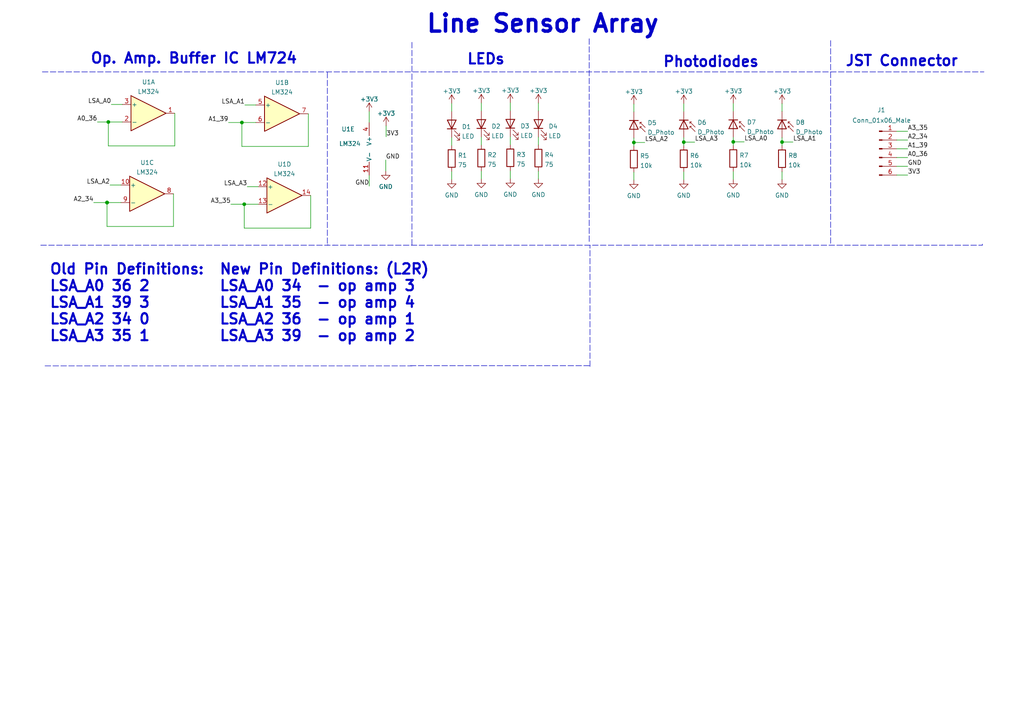
<source format=kicad_sch>
(kicad_sch (version 20211123) (generator eeschema)
  (paper "A4")
  (lib_symbols
    (symbol "Amplifier_Operational:LM324" (pin_names (offset 0.127))
      (property "Reference" "U" (at 0 5.08 0))
      (property "Value" "LM324" (at 0 -5.08 0))
      (symbol "LM324_1_1"
        (polyline (pts (xy -5.08 5.08) (xy 5.08 0) (xy -5.08 -5.08) (xy -5.08 5.08)) (stroke (width 0.254)) (fill (type background)))
        (pin output line (at 7.62 0 180) (length 2.54) (name "~") (number "1"))
        (pin input line (at -7.62 -2.54 0) (length 2.54) (name "-") (number "2"))
        (pin input line (at -7.62 2.54 0) (length 2.54) (name "+") (number "3"))
      )
      (symbol "LM324_2_1"
        (polyline (pts (xy -5.08 5.08) (xy 5.08 0) (xy -5.08 -5.08) (xy -5.08 5.08)) (stroke (width 0.254)) (fill (type background)))
        (pin input line (at -7.62 2.54 0) (length 2.54) (name "+") (number "5"))
        (pin input line (at -7.62 -2.54 0) (length 2.54) (name "-") (number "6"))
        (pin output line (at 7.62 0 180) (length 2.54) (name "~") (number "7"))
      )
      (symbol "LM324_3_1"
        (polyline (pts (xy -5.08 5.08) (xy 5.08 0) (xy -5.08 -5.08) (xy -5.08 5.08)) (stroke (width 0.254)) (fill (type background)))
        (pin input line (at -7.62 2.54 0) (length 2.54) (name "+") (number "10"))
        (pin output line (at 7.62 0 180) (length 2.54) (name "~") (number "8"))
        (pin input line (at -7.62 -2.54 0) (length 2.54) (name "-") (number "9"))
      )
      (symbol "LM324_4_1"
        (polyline (pts (xy -5.08 5.08) (xy 5.08 0) (xy -5.08 -5.08) (xy -5.08 5.08)) (stroke (width 0.254)) (fill (type background)))
        (pin input line (at -7.62 2.54 0) (length 2.54) (name "+") (number "12"))
        (pin input line (at -7.62 -2.54 0) (length 2.54) (name "-") (number "13"))
        (pin output line (at 7.62 0 180) (length 2.54) (name "~") (number "14"))
      )
      (symbol "LM324_5_1"
        (pin power_in line (at -2.54 -7.62 90) (length 3.81) (name "V-") (number "11"))
        (pin power_in line (at -2.54 7.62 270) (length 3.81) (name "V+") (number "4"))
      )
    )
    (symbol "Connector:Conn_01x06_Male" (pin_names (offset 1.016) hide)
      (property "Reference" "J" (at 0 7.62 0))
      (property "Value" "Conn_01x06_Male" (at 0 -10.16 0))
      (symbol "Conn_01x06_Male_1_1"
        (polyline (pts (xy 1.27 -7.62) (xy 0.8636 -7.62)) (stroke (width 0.1524)))
        (polyline (pts (xy 1.27 -5.08) (xy 0.8636 -5.08)) (stroke (width 0.1524)))
        (polyline (pts (xy 1.27 -2.54) (xy 0.8636 -2.54)) (stroke (width 0.1524)))
        (polyline (pts (xy 1.27 0) (xy 0.8636 0)) (stroke (width 0.1524)))
        (polyline (pts (xy 1.27 2.54) (xy 0.8636 2.54)) (stroke (width 0.1524)))
        (polyline (pts (xy 1.27 5.08) (xy 0.8636 5.08)) (stroke (width 0.1524)))
        (rectangle (start 0.8636 -7.493) (end 0 -7.747) (stroke (width 0.1524)) (fill (type outline)))
        (rectangle (start 0.8636 -4.953) (end 0 -5.207) (stroke (width 0.1524)) (fill (type outline)))
        (rectangle (start 0.8636 -2.413) (end 0 -2.667) (stroke (width 0.1524)) (fill (type outline)))
        (rectangle (start 0.8636 0.127) (end 0 -0.127) (stroke (width 0.1524)) (fill (type outline)))
        (rectangle (start 0.8636 2.667) (end 0 2.413) (stroke (width 0.1524)) (fill (type outline)))
        (rectangle (start 0.8636 5.207) (end 0 4.953) (stroke (width 0.1524)) (fill (type outline)))
        (pin passive line (at 5.08 5.08 180) (length 3.81) (name "Pin_1") (number "1"))
        (pin passive line (at 5.08 2.54 180) (length 3.81) (name "Pin_2") (number "2"))
        (pin passive line (at 5.08 0 180) (length 3.81) (name "Pin_3") (number "3"))
        (pin passive line (at 5.08 -2.54 180) (length 3.81) (name "Pin_4") (number "4"))
        (pin passive line (at 5.08 -5.08 180) (length 3.81) (name "Pin_5") (number "5"))
        (pin passive line (at 5.08 -7.62 180) (length 3.81) (name "Pin_6") (number "6"))
      )
    )
    (symbol "Device:D_Photo" (pin_numbers hide) (pin_names hide)
      (property "Reference" "D" (at 0.508 1.778 0))
      (property "Value" "D_Photo" (at -1.016 -2.794 0))
      (symbol "D_Photo_0_1"
        (polyline (pts (xy -2.54 1.27) (xy -2.54 -1.27)) (stroke (width 0.254)))
        (polyline (pts (xy -2.032 1.778) (xy -1.524 1.778)))
        (polyline (pts (xy 0 0) (xy -2.54 0)))
        (polyline (pts (xy -0.508 3.302) (xy -2.032 1.778) (xy -2.032 2.286)))
        (polyline (pts (xy 0 -1.27) (xy 0 1.27) (xy -2.54 0) (xy 0 -1.27)) (stroke (width 0.254)))
        (polyline (pts (xy 0.762 3.302) (xy -0.762 1.778) (xy -0.762 2.286) (xy -0.762 1.778) (xy -0.254 1.778)))
      )
      (symbol "D_Photo_1_1"
        (pin passive line (at -5.08 0 0) (length 2.54) (name "K") (number "1"))
        (pin passive line (at 2.54 0 180) (length 2.54) (name "A") (number "2"))
      )
    )
    (symbol "Device:LED" (pin_numbers hide) (pin_names (offset 1.016) hide)
      (property "Reference" "D" (at 0 2.54 0))
      (property "Value" "LED" (at 0 -2.54 0))
      (symbol "LED_0_1"
        (polyline (pts (xy -1.27 -1.27) (xy -1.27 1.27)) (stroke (width 0.254)))
        (polyline (pts (xy -1.27 0) (xy 1.27 0)))
        (polyline (pts (xy 1.27 -1.27) (xy 1.27 1.27) (xy -1.27 0) (xy 1.27 -1.27)) (stroke (width 0.254)))
        (polyline (pts (xy -3.048 -0.762) (xy -4.572 -2.286) (xy -3.81 -2.286) (xy -4.572 -2.286) (xy -4.572 -1.524)))
        (polyline (pts (xy -1.778 -0.762) (xy -3.302 -2.286) (xy -2.54 -2.286) (xy -3.302 -2.286) (xy -3.302 -1.524)))
      )
      (symbol "LED_1_1"
        (pin passive line (at -3.81 0 0) (length 2.54) (name "K") (number "1"))
        (pin passive line (at 3.81 0 180) (length 2.54) (name "A") (number "2"))
      )
    )
    (symbol "Device:R" (pin_numbers hide) (pin_names (offset 0))
      (property "Reference" "R" (at 2.032 0 90))
      (property "Value" "R" (at 0 0 90))
      (symbol "R_0_1"
        (rectangle (start -1.016 -2.54) (end 1.016 2.54) (stroke (width 0.254)))
      )
      (symbol "R_1_1"
        (pin passive line (at 0 3.81 270) (length 1.27) (name "~") (number "1"))
        (pin passive line (at 0 -3.81 90) (length 1.27) (name "~") (number "2"))
      )
    )
    (symbol "power:+3V3" (power) (pin_names (offset 0))
      (property "Value" "+3V3" (at 0 3.556 0))
      (symbol "+3V3_0_1"
        (polyline (pts (xy -0.762 1.27) (xy 0 2.54)))
        (polyline (pts (xy 0 0) (xy 0 2.54)))
        (polyline (pts (xy 0 2.54) (xy 0.762 1.27)))
      )
      (symbol "+3V3_1_1"
        (pin power_in line (at 0 0 90) (length 0) hide (name "+3V3") (number "1"))
      )
    )
    (symbol "power:GND" (power) (pin_names (offset 0))
      (property "Value" "GND" (at 0 -3.81 0))
      (symbol "GND_0_1"
        (polyline (pts (xy 0 0) (xy 0 -1.27) (xy 1.27 -1.27) (xy 0 -2.54) (xy -1.27 -1.27) (xy 0 -1.27)))
      )
      (symbol "GND_1_1"
        (pin power_in line (at 0 0 270) (length 0) hide (name "GND") (number "1"))
      )
    )
  )
  (junction (at 31.4198 35.3822))
  (junction (at 183.8452 41.3258))
  (junction (at 226.822 41.1988))
  (junction (at 70.8406 59.2328))
  (junction (at 31.0388 58.7502))
  (junction (at 70.1548 35.5346))
  (junction (at 31.0642 58.7502))
  (junction (at 198.3232 41.2242))
  (junction (at 212.6742 41.148))
  (wire (pts (xy 156.1592 39.7764) (xy 156.1592 42.037)))
  (wire (pts (xy 111.9886 36.4998) (xy 111.9886 39.6748)))
  (wire (pts (xy 212.6742 39.8526) (xy 212.6742 41.148)))
  (wire (pts (xy 31.0388 65.6844) (xy 50.3174 65.6844)))
  (wire (pts (xy 35.0774 58.7502) (xy 31.0642 58.7502)))
  (wire (pts (xy 74.1934 30.4546) (xy 71.0184 30.4546)))
  (wire (pts (xy 50.6984 32.8422) (xy 50.6984 42.3164)))
  (polyline (pts (xy 284.9372 70.7898) (xy 284.9372 71.12)))
  (wire (pts (xy 183.8452 40.0304) (xy 183.8452 41.3258)))
  (wire (pts (xy 111.887 49.5808) (xy 111.887 46.4058)))
  (wire (pts (xy 139.5984 29.8958) (xy 139.5984 32.1564)))
  (polyline (pts (xy 240.919 11.7602) (xy 240.919 70.9422)))
  (wire (pts (xy 131.0132 49.784) (xy 131.0132 52.0446)))
  (wire (pts (xy 260.096 43.1546) (xy 263.271 43.1546)))
  (wire (pts (xy 226.822 41.1988) (xy 229.997 41.1988)))
  (wire (pts (xy 70.1548 35.5346) (xy 70.1548 42.4688)))
  (wire (pts (xy 74.8792 59.2328) (xy 70.8406 59.2328)))
  (wire (pts (xy 226.822 39.9034) (xy 226.822 41.1988)))
  (wire (pts (xy 50.3174 65.6844) (xy 50.3174 56.2102)))
  (wire (pts (xy 148.0058 29.8196) (xy 148.0058 32.0802)))
  (polyline (pts (xy 96.9772 71.12) (xy 96.7486 71.12)))
  (wire (pts (xy 35.4584 30.3022) (xy 32.2834 30.3022)))
  (wire (pts (xy 148.0058 39.7002) (xy 148.0058 41.9608)))
  (wire (pts (xy 139.5984 39.7764) (xy 139.5984 42.037)))
  (wire (pts (xy 260.096 50.7746) (xy 263.271 50.7746)))
  (wire (pts (xy 212.6742 41.148) (xy 212.6742 42.164)))
  (wire (pts (xy 66.9544 59.2328) (xy 70.8406 59.2328)))
  (wire (pts (xy 198.3232 39.9288) (xy 198.3232 41.2242)))
  (wire (pts (xy 212.6742 49.784) (xy 212.6742 52.0446)))
  (wire (pts (xy 107.0864 35.56) (xy 107.0864 32.385)))
  (wire (pts (xy 74.8792 54.1528) (xy 71.7042 54.1528)))
  (wire (pts (xy 183.8452 49.9618) (xy 183.8452 52.2224)))
  (wire (pts (xy 260.096 38.0746) (xy 263.271 38.0746)))
  (wire (pts (xy 156.1592 29.8958) (xy 156.1592 32.1564)))
  (wire (pts (xy 226.822 49.8348) (xy 226.822 52.0954)))
  (wire (pts (xy 27.178 58.7502) (xy 31.0388 58.7502)))
  (polyline (pts (xy 94.9452 71.0438) (xy 95.1738 71.0438)))
  (wire (pts (xy 74.1934 35.5346) (xy 70.1548 35.5346)))
  (wire (pts (xy 70.8406 59.2328) (xy 70.8406 66.167)))
  (wire (pts (xy 226.822 30.0736) (xy 226.822 32.2834)))
  (wire (pts (xy 183.8452 30.2006) (xy 183.8452 32.4104)))
  (wire (pts (xy 107.0864 50.8) (xy 107.0864 53.975)))
  (wire (pts (xy 35.4584 35.3822) (xy 31.4198 35.3822)))
  (wire (pts (xy 156.1592 49.657) (xy 156.1592 51.9176)))
  (wire (pts (xy 198.3232 41.2242) (xy 198.3232 42.2402)))
  (wire (pts (xy 212.6742 41.148) (xy 215.8492 41.148)))
  (wire (pts (xy 90.1192 66.167) (xy 90.1192 56.6928)))
  (wire (pts (xy 260.096 40.6146) (xy 263.271 40.6146)))
  (wire (pts (xy 260.096 48.2346) (xy 263.271 48.2346)))
  (wire (pts (xy 31.0388 58.7502) (xy 31.0642 58.7502)))
  (wire (pts (xy 131.0132 30.0228) (xy 131.0132 32.2834)))
  (wire (pts (xy 70.8406 66.167) (xy 90.1192 66.167)))
  (wire (pts (xy 70.1548 42.4688) (xy 89.4334 42.4688)))
  (wire (pts (xy 139.5984 49.657) (xy 139.5984 51.9176)))
  (wire (pts (xy 212.6742 30.0228) (xy 212.6742 32.2326)))
  (polyline (pts (xy 12.2682 20.8534) (xy 285.3944 20.8534)))
  (polyline (pts (xy 94.9452 20.955) (xy 94.9452 71.0438)))
  (wire (pts (xy 260.096 45.6946) (xy 263.271 45.6946)))
  (wire (pts (xy 198.3232 41.2242) (xy 201.4982 41.2242)))
  (wire (pts (xy 31.0388 58.7502) (xy 31.0388 65.6844)))
  (polyline (pts (xy 118.999 106.0704) (xy 171.069 106.0704)))
  (wire (pts (xy 131.0132 39.9034) (xy 131.0132 42.164)))
  (wire (pts (xy 31.4198 42.3164) (xy 50.6984 42.3164)))
  (polyline (pts (xy 171.1198 106.299) (xy 171.1198 71.2216)))
  (polyline (pts (xy 13.0556 106.1212) (xy 119.5324 106.1212)))
  (wire (pts (xy 198.3232 30.099) (xy 198.3232 32.3088)))
  (wire (pts (xy 198.3232 49.8602) (xy 198.3232 52.1208)))
  (wire (pts (xy 226.822 41.1988) (xy 226.822 42.2148)))
  (polyline (pts (xy 11.811 71.12) (xy 284.9372 71.12)))
  (wire (pts (xy 31.4198 35.3822) (xy 28.2448 35.3822)))
  (wire (pts (xy 31.4198 35.3822) (xy 31.4198 42.3164)))
  (wire (pts (xy 66.2686 35.5346) (xy 70.1548 35.5346)))
  (polyline (pts (xy 170.8912 11.2268) (xy 170.8912 70.4088)))
  (wire (pts (xy 89.4334 42.4688) (xy 89.4334 32.9946)))
  (wire (pts (xy 35.0774 53.6702) (xy 31.9024 53.6702)))
  (wire (pts (xy 148.0058 49.5808) (xy 148.0058 51.8414)))
  (wire (pts (xy 183.8452 41.3258) (xy 183.8452 42.3418)))
  (polyline (pts (xy 119.4816 12.2682) (xy 119.4816 71.4502)))
  (wire (pts (xy 183.8452 41.3258) (xy 187.0202 41.3258)))
  (text "JST Connector" (at 245.0338 19.558 0) (effects (font (size 3 3) bold) (justify left bottom)))
  (text "New Pin Definitions: (L2R)\nLSA_A0 34  - op amp 3\nLSA_A1 35  - op amp 4\nLSA_A2 36  - op amp 1\nLSA_A3 39  - op amp 2" (at 63.4746 99.314 0) (effects (font (size 3 3) bold) (justify left bottom)))
  (text "Line Sensor Array" (at 123.317 9.9314 0) (effects (font (size 5 5) (thickness 1) bold) (justify left bottom)))
  (text "Photodiodes" (at 192.1002 19.812 0) (effects (font (size 3 3) bold) (justify left bottom)))
  (text "Op. Amp. Buffer IC LM724" (at 26.0604 18.8214 0) (effects (font (size 3 3) bold) (justify left bottom)))
  (text "Old Pin Definitions:\nLSA_A0 36 2 \nLSA_A1 39 3\nLSA_A2 34 0\nLSA_A3 35 1" (at 14.224 99.314 0) (effects (font (size 3 3) bold) (justify left bottom)))
  (text "LEDs" (at 135.255 19.05 0) (effects (font (size 3 3) bold) (justify left bottom)))
  (label "LSA_A0" (at 215.8492 41.148 0))
  (label "A3_35" (at 263.271 38.0746 0))
  (label "A1_39" (at 263.271 43.1546 0))
  (label "GND" (at 263.271 48.2346 0))
  (label "A0_36" (at 263.271 45.6946 0))
  (label "LSA_A3" (at 201.4982 41.2242 0))
  (label "GND" (at 111.887 46.4058 0))
  (label "LSA_A2" (at 187.0202 41.3258 0))
  (label "LSA_A3" (at 71.7042 54.1528 180))
  (label "GND" (at 107.0864 53.975 180))
  (label "LSA_A2" (at 31.9024 53.6702 180))
  (label "LSA_A1" (at 229.997 41.1988 0))
  (label "A2_34" (at 263.271 40.6146 0))
  (label "A0_36" (at 28.2448 35.3822 180))
  (label "A2_34" (at 27.178 58.7502 180))
  (label "3V3" (at 111.9886 39.6748 0))
  (label "A1_39" (at 66.2686 35.5346 180))
  (label "A3_35" (at 66.9544 59.2328 180))
  (label "LSA_A1" (at 71.0184 30.4546 180))
  (label "3V3" (at 263.271 50.7746 0))
  (label "LSA_A0" (at 32.2834 30.3022 180))
  (symbol (lib_id "Device:R") (at 156.1592 45.847 0) (unit 1)
    (property "Reference" "R4" (at 157.9372 44.9385 0) (effects (justify left)))
    (property "Value" "75" (at 157.9372 47.7136 0) (effects (justify left)))
    (property "Footprint" "Resistor_SMD:R_1206_3216Metric_Pad1.30x1.75mm_HandSolder" (effects hide))
  )
  (symbol (lib_id "power:+3V3") (at 198.3232 30.099 0) (unit 1)
    (property "Reference" "#PWR0113" (effects hide))
    (property "Value" "+3V3" (at 198.3232 26.4945 0))
  )
  (symbol (lib_id "power:+3V3") (at 148.0058 29.8196 0) (unit 1)
    (property "Reference" "#PWR0107" (effects hide))
    (property "Value" "+3V3" (at 148.0058 26.2151 0))
  )
  (symbol (lib_id "power:+3V3") (at 107.0864 32.385 0) (unit 1)
    (property "Reference" "#PWR0119" (effects hide))
    (property "Value" "+3V3" (at 107.0864 28.7805 0))
  )
  (symbol (lib_id "Amplifier_Operational:LM324") (at 42.6974 56.2102 0) (unit 3)
    (property "Reference" "U1" (at 42.6974 47.1637 0))
    (property "Value" "LM324" (at 42.6974 49.9388 0))
    (property "Footprint" "Package_SO:SOIC-14_3.9x8.7mm_P1.27mm" (effects hide))
    (property "Datasheet" "http://www.ti.com/lit/ds/symlink/lm2902-n.pdf" (effects hide))
  )
  (symbol (lib_id "power:GND") (at 226.822 52.0954 0) (unit 1)
    (property "Reference" "#PWR0105" (effects hide))
    (property "Value" "GND" (at 226.822 56.6579 0))
  )
  (symbol (lib_id "Device:R") (at 226.822 46.0248 0) (unit 1)
    (property "Reference" "R8" (at 228.6 45.1163 0) (effects (justify left)))
    (property "Value" "10k" (at 228.6 47.8914 0) (effects (justify left)))
    (property "Footprint" "Resistor_SMD:R_1206_3216Metric_Pad1.30x1.75mm_HandSolder" (effects hide))
  )
  (symbol (lib_id "power:GND") (at 156.1592 51.9176 0) (unit 1)
    (property "Reference" "#PWR0104" (effects hide))
    (property "Value" "GND" (at 156.1592 56.4801 0))
  )
  (symbol (lib_id "power:+3V3") (at 131.0132 30.0228 0) (unit 1)
    (property "Reference" "#PWR0109" (effects hide))
    (property "Value" "+3V3" (at 131.0132 26.4183 0))
  )
  (symbol (lib_id "Device:R") (at 183.8452 46.1518 0) (unit 1)
    (property "Reference" "R5" (at 185.6232 45.2433 0) (effects (justify left)))
    (property "Value" "10k" (at 185.6232 48.0184 0) (effects (justify left)))
    (property "Footprint" "Resistor_SMD:R_1206_3216Metric_Pad1.30x1.75mm_HandSolder" (effects hide))
  )
  (symbol (lib_id "power:+3V3") (at 226.822 30.0736 0) (unit 1)
    (property "Reference" "#PWR0103" (effects hide))
    (property "Value" "+3V3" (at 226.822 26.4691 0))
  )
  (symbol (lib_id "power:+3V3") (at 212.6742 30.0228 0) (unit 1)
    (property "Reference" "#PWR0112" (effects hide))
    (property "Value" "+3V3" (at 212.6742 26.4183 0))
  )
  (symbol (lib_id "Device:LED") (at 131.0132 36.0934 90) (unit 1)
    (property "Reference" "D1" (at 133.9342 36.7724 90) (effects (justify right)))
    (property "Value" "LED" (at 133.9342 39.5475 90) (effects (justify right)))
    (property "Footprint" "LED_THT:LED_D3.0mm" (effects hide))
  )
  (symbol (lib_id "Device:R") (at 131.0132 45.974 0) (unit 1)
    (property "Reference" "R1" (at 132.7912 45.0655 0) (effects (justify left)))
    (property "Value" "75" (at 132.7912 47.8406 0) (effects (justify left)))
    (property "Footprint" "Resistor_SMD:R_1206_3216Metric_Pad1.30x1.75mm_HandSolder" (effects hide))
  )
  (symbol (lib_id "power:+3V3") (at 183.8452 30.2006 0) (unit 1)
    (property "Reference" "#PWR0108" (effects hide))
    (property "Value" "+3V3" (at 183.8452 26.5961 0))
  )
  (symbol (lib_id "power:GND") (at 183.8452 52.2224 0) (unit 1)
    (property "Reference" "#PWR0101" (effects hide))
    (property "Value" "GND" (at 183.8452 56.7849 0))
  )
  (symbol (lib_id "Device:D_Photo") (at 212.6742 37.3126 270) (unit 1)
    (property "Reference" "D7" (at 216.6112 35.4516 90) (effects (justify left)))
    (property "Value" "D_Photo" (at 216.6112 38.2267 90) (effects (justify left)))
    (property "Footprint" "LED_THT:LED_D5.0mm" (effects hide))
  )
  (symbol (lib_id "power:GND") (at 131.0132 52.0446 0) (unit 1)
    (property "Reference" "#PWR0116" (effects hide))
    (property "Value" "GND" (at 131.0132 56.6071 0))
  )
  (symbol (lib_id "Device:LED") (at 148.0058 35.8902 90) (unit 1)
    (property "Reference" "D3" (at 150.9268 36.5692 90) (effects (justify right)))
    (property "Value" "LED" (at 150.9268 39.3443 90) (effects (justify right)))
    (property "Footprint" "LED_THT:LED_D3.0mm" (effects hide))
  )
  (symbol (lib_id "power:GND") (at 198.3232 52.1208 0) (unit 1)
    (property "Reference" "#PWR0102" (effects hide))
    (property "Value" "GND" (at 198.3232 56.6833 0))
  )
  (symbol (lib_id "power:GND") (at 148.0058 51.8414 0) (unit 1)
    (property "Reference" "#PWR0114" (effects hide))
    (property "Value" "GND" (at 148.0058 56.4039 0))
  )
  (symbol (lib_id "power:GND") (at 111.887 49.5808 0) (unit 1)
    (property "Reference" "#PWR0117" (effects hide))
    (property "Value" "GND" (at 111.887 54.1433 0))
  )
  (symbol (lib_id "power:GND") (at 139.5984 51.9176 0) (unit 1)
    (property "Reference" "#PWR0115" (effects hide))
    (property "Value" "GND" (at 139.5984 56.4801 0))
  )
  (symbol (lib_id "Connector:Conn_01x06_Male") (at 255.016 43.1546 0) (unit 1)
    (property "Reference" "J1" (at 255.6256 31.9024 0))
    (property "Value" "Conn_01x06_Male" (at 255.7018 34.925 0))
    (property "Footprint" "Connector_PinSocket_2.54mm:PinSocket_1x06_P2.54mm_Vertical" (effects hide))
  )
  (symbol (lib_id "Device:R") (at 212.6742 45.974 0) (unit 1)
    (property "Reference" "R7" (at 214.4522 45.0655 0) (effects (justify left)))
    (property "Value" "10k" (at 214.4522 47.8406 0) (effects (justify left)))
    (property "Footprint" "Resistor_SMD:R_1206_3216Metric_Pad1.30x1.75mm_HandSolder" (effects hide))
  )
  (symbol (lib_id "Device:LED") (at 139.5984 35.9664 90) (unit 1)
    (property "Reference" "D2" (at 142.5194 36.6454 90) (effects (justify right)))
    (property "Value" "LED" (at 142.5194 39.4205 90) (effects (justify right)))
    (property "Footprint" "LED_THT:LED_D3.0mm" (effects hide))
  )
  (symbol (lib_id "Amplifier_Operational:LM324") (at 82.4992 56.6928 0) (unit 4)
    (property "Reference" "U1" (at 82.4992 47.6463 0))
    (property "Value" "LM324" (at 82.4992 50.4214 0))
    (property "Footprint" "Package_SO:SOIC-14_3.9x8.7mm_P1.27mm" (effects hide))
    (property "Datasheet" "http://www.ti.com/lit/ds/symlink/lm2902-n.pdf" (effects hide))
  )
  (symbol (lib_id "power:+3V3") (at 139.5984 29.8958 0) (unit 1)
    (property "Reference" "#PWR0110" (effects hide))
    (property "Value" "+3V3" (at 139.5984 26.2913 0))
  )
  (symbol (lib_id "Device:LED") (at 156.1592 35.9664 90) (unit 1)
    (property "Reference" "D4" (at 159.0802 36.6454 90) (effects (justify right)))
    (property "Value" "LED" (at 159.0802 39.4205 90) (effects (justify right)))
    (property "Footprint" "LED_THT:LED_D3.0mm" (effects hide))
  )
  (symbol (lib_id "power:+3V3") (at 156.1592 29.8958 0) (unit 1)
    (property "Reference" "#PWR0111" (effects hide))
    (property "Value" "+3V3" (at 156.1592 26.2913 0))
  )
  (symbol (lib_id "power:GND") (at 212.6742 52.0446 0) (unit 1)
    (property "Reference" "#PWR0106" (effects hide))
    (property "Value" "GND" (at 212.6742 56.6071 0))
  )
  (symbol (lib_id "Device:D_Photo") (at 226.822 37.3634 270) (unit 1)
    (property "Reference" "D8" (at 230.759 35.5024 90) (effects (justify left)))
    (property "Value" "D_Photo" (at 230.759 38.2775 90) (effects (justify left)))
    (property "Footprint" "LED_THT:LED_D5.0mm" (effects hide))
  )
  (symbol (lib_id "Amplifier_Operational:LM324") (at 81.8134 32.9946 0) (unit 2)
    (property "Reference" "U1" (at 81.8134 23.9481 0))
    (property "Value" "LM324" (at 81.8134 26.7232 0))
    (property "Footprint" "Package_SO:SOIC-14_3.9x8.7mm_P1.27mm" (effects hide))
    (property "Datasheet" "http://www.ti.com/lit/ds/symlink/lm2902-n.pdf" (effects hide))
  )
  (symbol (lib_id "Device:R") (at 148.0058 45.7708 0) (unit 1)
    (property "Reference" "R3" (at 149.7838 44.8623 0) (effects (justify left)))
    (property "Value" "75" (at 149.7838 47.6374 0) (effects (justify left)))
    (property "Footprint" "Resistor_SMD:R_1206_3216Metric_Pad1.30x1.75mm_HandSolder" (effects hide))
  )
  (symbol (lib_id "Device:D_Photo") (at 183.8452 37.4904 270) (unit 1)
    (property "Reference" "D5" (at 187.7822 35.6294 90) (effects (justify left)))
    (property "Value" "D_Photo" (at 187.7822 38.4045 90) (effects (justify left)))
    (property "Footprint" "LED_THT:LED_D5.0mm" (effects hide))
  )
  (symbol (lib_id "Device:R") (at 139.5984 45.847 0) (unit 1)
    (property "Reference" "R2" (at 141.3764 44.9385 0) (effects (justify left)))
    (property "Value" "75" (at 141.3764 47.7136 0) (effects (justify left)))
    (property "Footprint" "Resistor_SMD:R_1206_3216Metric_Pad1.30x1.75mm_HandSolder" (effects hide))
  )
  (symbol (lib_id "power:+3V3") (at 111.9886 36.4998 0) (unit 1)
    (property "Reference" "#PWR0118" (effects hide))
    (property "Value" "+3V3" (at 111.9886 32.8953 0))
  )
  (symbol (lib_id "Amplifier_Operational:LM324") (at 109.6264 43.18 0) (unit 5)
    (property "Reference" "U1" (at 100.965 37.465 0))
    (property "Value" "LM324" (at 101.4984 41.6814 0))
    (property "Footprint" "Package_SO:SOIC-14_3.9x8.7mm_P1.27mm" (effects hide))
    (property "Datasheet" "http://www.ti.com/lit/ds/symlink/lm2902-n.pdf" (effects hide))
  )
  (symbol (lib_id "Device:R") (at 198.3232 46.0502 0) (unit 1)
    (property "Reference" "R6" (at 200.1012 45.1417 0) (effects (justify left)))
    (property "Value" "10k" (at 200.1012 47.9168 0) (effects (justify left)))
    (property "Footprint" "Resistor_SMD:R_1206_3216Metric_Pad1.30x1.75mm_HandSolder" (effects hide))
  )
  (symbol (lib_id "Device:D_Photo") (at 198.3232 37.3888 270) (unit 1)
    (property "Reference" "D6" (at 202.2602 35.5278 90) (effects (justify left)))
    (property "Value" "D_Photo" (at 202.2602 38.3029 90) (effects (justify left)))
    (property "Footprint" "LED_THT:LED_D5.0mm" (effects hide))
  )
  (symbol (lib_id "Amplifier_Operational:LM324") (at 43.0784 32.8422 0) (unit 1)
    (property "Reference" "U1" (at 43.0784 23.7957 0))
    (property "Value" "LM324" (at 43.0784 26.5708 0))
    (property "Footprint" "Package_SO:SOIC-14_3.9x8.7mm_P1.27mm" (effects hide))
    (property "Datasheet" "http://www.ti.com/lit/ds/symlink/lm2902-n.pdf" (effects hide))
  )
)
</source>
